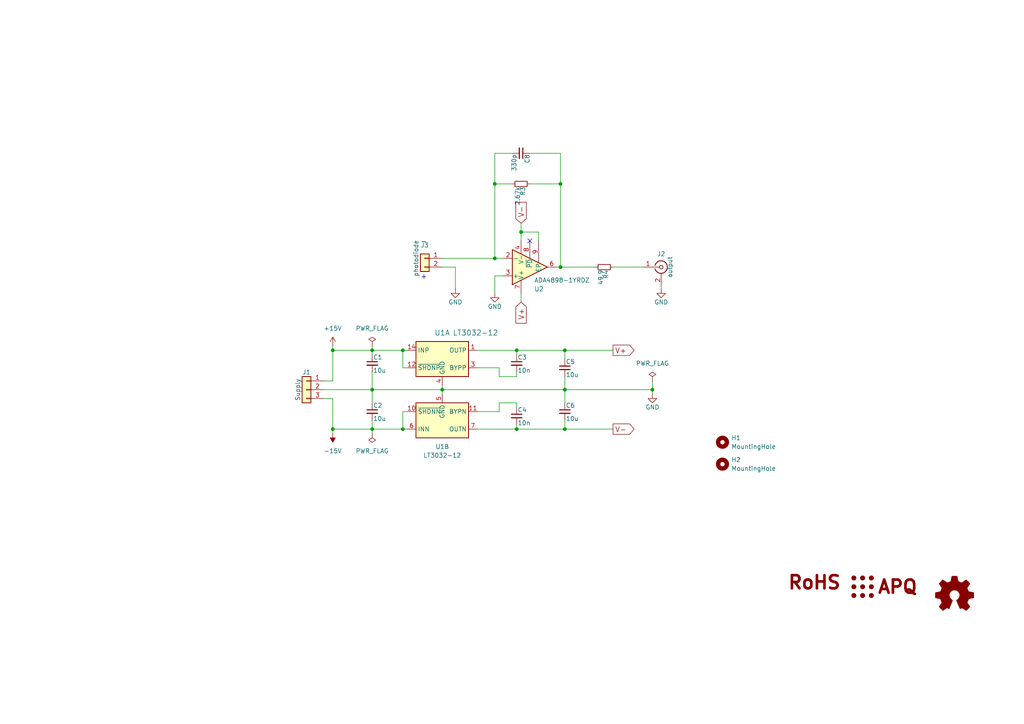
<source format=kicad_sch>
(kicad_sch (version 20231120) (generator "eeschema") (generator_version "8.0")
  (paper "A4")
  (title_block (title "MOT Photodiode") (date "2025-02-27") (rev "1.1.0") (company "Atoms Photons Quanta") (comment 1 "and Tilman Preuschoff") (comment 2 "Copyright (©) 2025, Patrick Baus <patrick.baus@physik.tu-darmstadt.de>") (comment 3 "Licensed under CERN OHL v.1.2"))
  (lib_symbols
    (symbol "Amplifier_Operational:ADA4898-1YRDZ" (pin_names (offset 0.127))
      (property "Reference" "U" (at 3.81 3.81 0))
      (property "Value" "ADA4898-1YRDZ" (at 11.43 -2.54 0))
      (symbol "ADA4898-1YRDZ_1_1"
        (polyline (pts (xy -5.08 5.08) (xy 5.08 0) (xy -5.08 -5.08) (xy -5.08 5.08)) (stroke (width 0.254)) (fill (type background)))
        (pin input line (at -7.62 -2.54 0) (length 2.54) (name "-") (number "2"))
        (pin input line (at -7.62 2.54 0) (length 2.54) (name "+") (number "3"))
        (pin power_in line (at -2.54 -7.62 90) (length 3.81) (name "V-") (number "4"))
        (pin output line (at 7.62 0 180) (length 2.54) (name "~") (number "6"))
        (pin power_in line (at -2.54 7.62 270) (length 3.81) (name "V+") (number "7"))
        (pin input line (at 0 -7.62 90) (length 5.08) (name "~{PD}") (number "8"))
        (pin passive line (at 2.54 -7.62 90) (length 6.35) (name "EP") (number "9"))
      )
    )
    (symbol "Connector:Conn_Coaxial" (pin_names (offset 1.016) hide)
      (property "Reference" "J" (at 0.254 3.048 0))
      (property "Value" "Conn_Coaxial" (at 2.921 0 90))
      (symbol "Conn_Coaxial_0_1"
        (arc (start -1.778 -0.508) (mid 0.2311 -1.8066) (end 1.778 0) (stroke (width 0.254)))
        (polyline (pts (xy -2.54 0) (xy -0.508 0)))
        (polyline (pts (xy 0 -2.54) (xy 0 -1.778)))
        (circle (center 0 0) (radius 0.508) (stroke (width 0.2032)))
        (arc (start 1.778 0) (mid 0.2099 1.8101) (end -1.778 0.508) (stroke (width 0.254)))
      )
      (symbol "Conn_Coaxial_1_1"
        (pin passive line (at -5.08 0 0) (length 2.54) (name "In") (number "1"))
        (pin passive line (at 0 -5.08 90) (length 2.54) (name "Ext") (number "2"))
      )
    )
    (symbol "Connector_Generic:Conn_01x02" (pin_names (offset 1.016) hide)
      (property "Reference" "J" (at 0 2.54 0))
      (property "Value" "Conn_01x02" (at 0 -5.08 0))
      (symbol "Conn_01x02_1_1"
        (rectangle (start -1.27 -2.413) (end 0 -2.667) (stroke (width 0.1524)))
        (rectangle (start -1.27 0.127) (end 0 -0.127) (stroke (width 0.1524)))
        (rectangle (start -1.27 1.27) (end 1.27 -3.81) (stroke (width 0.254)) (fill (type background)))
        (pin passive line (at -5.08 0 0) (length 3.81) (name "Pin_1") (number "1"))
        (pin passive line (at -5.08 -2.54 0) (length 3.81) (name "Pin_2") (number "2"))
      )
    )
    (symbol "Connector_Generic:Conn_01x03" (pin_names (offset 1.016) hide)
      (property "Reference" "J" (at 0 5.08 0))
      (property "Value" "Conn_01x03" (at 0 -5.08 0))
      (symbol "Conn_01x03_1_1"
        (rectangle (start -1.27 -2.413) (end 0 -2.667) (stroke (width 0.1524)))
        (rectangle (start -1.27 0.127) (end 0 -0.127) (stroke (width 0.1524)))
        (rectangle (start -1.27 2.667) (end 0 2.413) (stroke (width 0.1524)))
        (rectangle (start -1.27 3.81) (end 1.27 -3.81) (stroke (width 0.254)) (fill (type background)))
        (pin passive line (at -5.08 2.54 0) (length 3.81) (name "Pin_1") (number "1"))
        (pin passive line (at -5.08 0 0) (length 3.81) (name "Pin_2") (number "2"))
        (pin passive line (at -5.08 -2.54 0) (length 3.81) (name "Pin_3") (number "3"))
      )
    )
    (symbol "Custom_logos:Logo_APQ" (pin_names (offset 1.016)) (in_bom no)
      (symbol "Logo_APQ_0_0"
        (text "APQ" (at 3.81 0 0) (effects (font (size 3.81 3.81) (bold yes))))
      )
      (symbol "Logo_APQ_0_1"
        (circle (center -8.89 0) (radius 0.635) (fill (type outline)))
        (circle (center -8.89 2.54) (radius 0.635) (fill (type outline)))
        (circle (center -6.35 0) (radius 0.635) (fill (type outline)))
        (circle (center -6.35 2.54) (radius 0.635) (fill (type outline)))
        (circle (center -3.81 2.54) (radius 0.635) (fill (type outline)))
      )
      (symbol "Logo_APQ_1_1"
        (circle (center -8.89 -2.54) (radius 0.635) (fill (type outline)))
        (circle (center -6.35 -2.54) (radius 0.635) (fill (type outline)))
        (circle (center -3.81 -2.54) (radius 0.635) (fill (type outline)))
        (circle (center -3.81 0) (radius 0.635) (fill (type outline)))
      )
    )
    (symbol "Custom_logos:SYM_RoHS" (in_bom no) (on_board no)
      (symbol "SYM_RoHS_1_0"
        (text "RoHS" (at 0 0 0) (effects (font (size 3.81 3.81) (bold yes))))
      )
    )
    (symbol "Device:C_Small" (pin_numbers hide) (pin_names (offset 0.254) hide)
      (property "Reference" "C" (at 0.254 1.778 0))
      (property "Value" "C_Small" (at 0.254 -2.032 0))
      (symbol "C_Small_0_1"
        (polyline (pts (xy -1.524 -0.508) (xy 1.524 -0.508)) (stroke (width 0.3302)))
        (polyline (pts (xy -1.524 0.508) (xy 1.524 0.508)) (stroke (width 0.3048)))
      )
      (symbol "C_Small_1_1"
        (pin passive line (at 0 2.54 270) (length 2.032) (name "~") (number "1"))
        (pin passive line (at 0 -2.54 90) (length 2.032) (name "~") (number "2"))
      )
    )
    (symbol "Device:R_Small" (pin_numbers hide) (pin_names (offset 0.254) hide)
      (property "Reference" "R" (at 0.762 0.508 0))
      (property "Value" "R_Small" (at 0.762 -1.016 0))
      (symbol "R_Small_0_1"
        (rectangle (start -0.762 1.778) (end 0.762 -1.778) (stroke (width 0.2032)))
      )
      (symbol "R_Small_1_1"
        (pin passive line (at 0 2.54 270) (length 0.762) (name "~") (number "1"))
        (pin passive line (at 0 -2.54 90) (length 0.762) (name "~") (number "2"))
      )
    )
    (symbol "Graphic:Logo_Open_Hardware_Small" (in_bom no) (on_board no)
      (symbol "Logo_Open_Hardware_Small_0_1"
        (polyline (pts (xy 3.3528 -4.3434) (xy 3.302 -4.318) (xy 3.175 -4.2418) (xy 2.9972 -4.1148) (xy 2.7686 -3.9624) (xy 2.54 -3.81) (xy 2.3622 -3.7084) (xy 2.2352 -3.6068) (xy 2.1844 -3.5814) (xy 2.159 -3.6068) (xy 2.0574 -3.6576) (xy 1.905 -3.7338) (xy 1.8034 -3.7846) (xy 1.6764 -3.8354) (xy 1.6002 -3.8354) (xy 1.6002 -3.8354) (xy 1.5494 -3.7338) (xy 1.4732 -3.5306) (xy 1.3462 -3.302) (xy 1.2446 -3.0226) (xy 1.1176 -2.7178) (xy 0.9652 -2.413) (xy 0.8636 -2.1082) (xy 0.7366 -1.8288) (xy 0.6604 -1.6256) (xy 0.6096 -1.4732) (xy 0.5842 -1.397) (xy 0.5842 -1.397) (xy 0.6604 -1.3208) (xy 0.7874 -1.2446) (xy 1.0414 -1.016) (xy 1.2954 -0.6858) (xy 1.4478 -0.3302) (xy 1.524 0.0762) (xy 1.4732 0.4572) (xy 1.3208 0.8128) (xy 1.0668 1.143) (xy 0.762 1.3716) (xy 0.4064 1.524) (xy 0 1.5748) (xy -0.381 1.5494) (xy -0.7366 1.397) (xy -1.0668 1.143) (xy -1.2192 0.9906) (xy -1.397 0.6604) (xy -1.524 0.3048) (xy -1.524 0.2286) (xy -1.4986 -0.1778) (xy -1.397 -0.5334) (xy -1.1938 -0.8636) (xy -0.9144 -1.143) (xy -0.8636 -1.1684) (xy -0.7366 -1.27) (xy -0.635 -1.3462) (xy -0.5842 -1.397) (xy -1.0668 -2.5908) (xy -1.143 -2.794) (xy -1.2954 -3.1242) (xy -1.397 -3.4036) (xy -1.4986 -3.6322) (xy -1.5748 -3.7846) (xy -1.6002 -3.8354) (xy -1.6002 -3.8354) (xy -1.651 -3.8354) (xy -1.7272 -3.81) (xy -1.905 -3.7338) (xy -2.0066 -3.683) (xy -2.1336 -3.6068) (xy -2.2098 -3.5814) (xy -2.2606 -3.6068) (xy -2.3622 -3.683) (xy -2.54 -3.81) (xy -2.7686 -3.9624) (xy -2.9718 -4.0894) (xy -3.1496 -4.2164) (xy -3.302 -4.318) (xy -3.3528 -4.3434) (xy -3.3782 -4.3434) (xy -3.429 -4.318) (xy -3.5306 -4.2164) (xy -3.7084 -4.064) (xy -3.937 -3.8354) (xy -3.9624 -3.81) (xy -4.1656 -3.6068) (xy -4.318 -3.4544) (xy -4.4196 -3.3274) (xy -4.445 -3.2766) (xy -4.445 -3.2766) (xy -4.4196 -3.2258) (xy -4.318 -3.0734) (xy -4.2164 -2.8956) (xy -4.064 -2.667) (xy -3.6576 -2.0828) (xy -3.8862 -1.5494) (xy -3.937 -1.3716) (xy -4.0386 -1.1684) (xy -4.0894 -1.0414) (xy -4.1148 -0.9652) (xy -4.191 -0.9398) (xy -4.318 -0.9144) (xy -4.5466 -0.8636) (xy -4.8006 -0.8128) (xy -5.0546 -0.7874) (xy -5.2578 -0.7366) (xy -5.4356 -0.7112) (xy -5.5118 -0.6858) (xy -5.5118 -0.6858) (xy -5.5372 -0.635) (xy -5.5372 -0.5588) (xy -5.5372 -0.4318) (xy -5.5626 -0.2286) (xy -5.5626 0.0762) (xy -5.5626 0.127) (xy -5.5372 0.4064) (xy -5.5372 0.635) (xy -5.5372 0.762) (xy -5.5372 0.8382) (xy -5.5372 0.8382) (xy -5.461 0.8382) (xy -5.3086 0.889) (xy -5.08 0.9144) (xy -4.826 0.9652) (xy -4.8006 0.9906) (xy -4.5466 1.0414) (xy -4.318 1.0668) (xy -4.1656 1.1176) (xy -4.0894 1.143) (xy -4.0894 1.143) (xy -4.0386 1.2446) (xy -3.9624 1.4224) (xy -3.8608 1.6256) (xy -3.7846 1.8288) (xy -3.7084 2.0066) (xy -3.6576 2.159) (xy -3.6322 2.2098) (xy -3.6322 2.2098) (xy -3.683 2.286) (xy -3.7592 2.413) (xy -3.8862 2.5908) (xy -4.064 2.8194) (xy -4.064 2.8448) (xy -4.2164 3.0734) (xy -4.3434 3.2512) (xy -4.4196 3.3782) (xy -4.445 3.4544) (xy -4.445 3.4544) (xy -4.3942 3.5052) (xy -4.2926 3.6322) (xy -4.1148 3.81) (xy -3.937 4.0132) (xy -3.8608 4.064) (xy -3.6576 4.2926) (xy -3.5052 4.4196) (xy -3.4036 4.4958) (xy -3.3528 4.5212) (xy -3.3528 4.5212) (xy -3.302 4.4704) (xy -3.1496 4.3688) (xy -2.9718 4.2418) (xy -2.7432 4.0894) (xy -2.7178 4.0894) (xy -2.4892 3.937) (xy -2.3114 3.81) (xy -2.1844 3.7084) (xy -2.1336 3.683) (xy -2.1082 3.683) (xy -2.032 3.7084) (xy -1.8542 3.7592) (xy -1.6764 3.8354) (xy -1.4732 3.937) (xy -1.27 4.0132) (xy -1.143 4.064) (xy -1.0668 4.1148) (xy -1.0668 4.1148) (xy -1.0414 4.191) (xy -1.016 4.3434) (xy -0.9652 4.572) (xy -0.9144 4.8514) (xy -0.889 4.9022) (xy -0.8382 5.1562) (xy -0.8128 5.3848) (xy -0.7874 5.5372) (xy -0.762 5.588) (xy -0.7112 5.6134) (xy -0.5842 5.6134) (xy -0.4064 5.6134) (xy -0.1524 5.6134) (xy 0.0762 5.6134) (xy 0.3302 5.6134) (xy 0.5334 5.6134) (xy 0.6858 5.588) (xy 0.7366 5.588) (xy 0.7366 5.588) (xy 0.762 5.5118) (xy 0.8128 5.334) (xy 0.8382 5.1054) (xy 0.9144 4.826) (xy 0.9144 4.7752) (xy 0.9652 4.5212) (xy 1.016 4.2926) (xy 1.0414 4.1402) (xy 1.0668 4.0894) (xy 1.0668 4.0894) (xy 1.1938 4.0386) (xy 1.3716 3.9624) (xy 1.5748 3.8608) (xy 2.0828 3.6576) (xy 2.7178 4.0894) (xy 2.7686 4.1402) (xy 2.9972 4.2926) (xy 3.175 4.4196) (xy 3.302 4.4958) (xy 3.3782 4.5212) (xy 3.3782 4.5212) (xy 3.429 4.4704) (xy 3.556 4.3434) (xy 3.7338 4.191) (xy 3.9116 3.9878) (xy 4.064 3.8354) (xy 4.2418 3.6576) (xy 4.3434 3.556) (xy 4.4196 3.4798) (xy 4.4196 3.429) (xy 4.4196 3.4036) (xy 4.3942 3.3274) (xy 4.2926 3.2004) (xy 4.1656 2.9972) (xy 4.0132 2.794) (xy 3.8862 2.5908) (xy 3.7592 2.3876) (xy 3.6576 2.2352) (xy 3.6322 2.159) (xy 3.6322 2.1336) (xy 3.683 2.0066) (xy 3.7592 1.8288) (xy 3.8608 1.6002) (xy 4.064 1.1176) (xy 4.3942 1.0414) (xy 4.5974 1.016) (xy 4.8768 0.9652) (xy 5.1308 0.9144) (xy 5.5372 0.8382) (xy 5.5626 -0.6604) (xy 5.4864 -0.6858) (xy 5.4356 -0.6858) (xy 5.2832 -0.7366) (xy 5.0546 -0.762) (xy 4.8006 -0.8128) (xy 4.5974 -0.8636) (xy 4.3688 -0.9144) (xy 4.2164 -0.9398) (xy 4.1402 -0.9398) (xy 4.1148 -0.9652) (xy 4.064 -1.0668) (xy 3.9878 -1.2446) (xy 3.9116 -1.4478) (xy 3.81 -1.651) (xy 3.7338 -1.8542) (xy 3.683 -2.0066) (xy 3.6576 -2.0828) (xy 3.683 -2.1336) (xy 3.7846 -2.2606) (xy 3.8862 -2.4638) (xy 4.0386 -2.667) (xy 4.191 -2.8956) (xy 4.318 -3.0734) (xy 4.3942 -3.2004) (xy 4.445 -3.2766) (xy 4.4196 -3.3274) (xy 4.3434 -3.429) (xy 4.1656 -3.5814) (xy 3.937 -3.8354) (xy 3.8862 -3.8608) (xy 3.683 -4.064) (xy 3.5306 -4.2164) (xy 3.4036 -4.318) (xy 3.3528 -4.3434)) (fill (type outline)))
      )
    )
    (symbol "Mechanical:MountingHole" (pin_names (offset 1.016)) (exclude_from_sim yes) (in_bom no)
      (property "Reference" "H" (at 0 5.08 0))
      (property "Value" "MountingHole" (at 0 3.175 0))
      (symbol "MountingHole_0_1"
        (circle (center 0 0) (radius 1.27) (stroke (width 1.27)))
      )
    )
    (symbol "Regulator_Linear:LT3032-12"
      (property "Reference" "U" (at -6.35 6.35 0))
      (property "Value" "LT3032-12" (at 1.27 6.35 0))
      (symbol "LT3032-12_0_1"
        (rectangle (start -7.62 5.08) (end 7.62 -5.08) (stroke (width 0.254)) (fill (type background)))
      )
      (symbol "LT3032-12_1_1"
        (pin power_out line (at 10.16 2.54 180) (length 2.54) (name "OUTP") (number "1"))
        (pin input line (at -10.16 -2.54 0) (length 2.54) (name "~{SHDNP}") (number "12"))
        (pin no_connect line (at 7.62 -5.08 180) (length 2.54) hide (name "NC") (number "13"))
        (pin power_in line (at -10.16 2.54 0) (length 2.54) (name "INP") (number "14"))
        (pin no_connect line (at 7.62 0 180) (length 2.54) hide (name "NC") (number "2"))
        (pin passive line (at 10.16 -2.54 180) (length 2.54) (name "BYPP") (number "3"))
        (pin power_in line (at 0 -7.62 90) (length 2.54) (name "GND") (number "4"))
      )
      (symbol "LT3032-12_2_1"
        (pin input line (at -10.16 -2.54 0) (length 2.54) (name "~{SHDNN}") (number "10"))
        (pin passive line (at 10.16 -2.54 180) (length 2.54) (name "BYPN") (number "11"))
        (pin power_in line (at 0 -7.62 90) (length 2.54) (name "GND") (number "5"))
        (pin power_in line (at -10.16 2.54 0) (length 2.54) (name "INN") (number "6"))
        (pin power_out line (at 10.16 2.54 180) (length 2.54) (name "OUTN") (number "7"))
        (pin no_connect line (at 7.62 0 180) (length 2.54) hide (name "NC") (number "8"))
        (pin passive line (at -10.16 2.54 0) (length 2.54) hide (name "INN") (number "9"))
      )
    )
    (symbol "power:+15V" (power) (pin_numbers hide) (pin_names (offset 0) hide)
      (property "Value" "+15V" (at 0 3.556 0))
      (symbol "+15V_0_1"
        (polyline (pts (xy -0.762 1.27) (xy 0 2.54)))
        (polyline (pts (xy 0 0) (xy 0 2.54)))
        (polyline (pts (xy 0 2.54) (xy 0.762 1.27)))
      )
      (symbol "+15V_1_1"
        (pin power_in line (at 0 0 90) (length 0) (name "~") (number "1"))
      )
    )
    (symbol "power:-15V" (power) (pin_numbers hide) (pin_names (offset 0) hide)
      (property "Value" "-15V" (at 0 3.556 0))
      (symbol "-15V_0_0"
        (pin power_in line (at 0 0 90) (length 0) (name "~") (number "1"))
      )
      (symbol "-15V_0_1"
        (polyline (pts (xy 0 0) (xy 0 1.27) (xy 0.762 1.27) (xy 0 2.54) (xy -0.762 1.27) (xy 0 1.27)) (fill (type outline)))
      )
    )
    (symbol "power:GND" (power) (pin_numbers hide) (pin_names (offset 0) hide)
      (property "Value" "GND" (at 0 -3.81 0))
      (symbol "GND_0_1"
        (polyline (pts (xy 0 0) (xy 0 -1.27) (xy 1.27 -1.27) (xy 0 -2.54) (xy -1.27 -1.27) (xy 0 -1.27)))
      )
      (symbol "GND_1_1"
        (pin power_in line (at 0 0 270) (length 0) (name "~") (number "1"))
      )
    )
    (symbol "power:PWR_FLAG" (power) (pin_numbers hide) (pin_names (offset 0) hide)
      (property "Value" "PWR_FLAG" (at 0 3.81 0))
      (symbol "PWR_FLAG_0_0"
        (pin power_out line (at 0 0 90) (length 0) (name "~") (number "1"))
      )
      (symbol "PWR_FLAG_0_1"
        (polyline (pts (xy 0 0) (xy 0 1.27) (xy -1.016 1.905) (xy 0 2.54) (xy 1.016 1.905) (xy 0 1.27)))
      )
    )
  )
  (junction (at 162.56 77.47))
  (junction (at 162.56 53.34))
  (junction (at 116.84 124.46))
  (junction (at 128.27 113.03))
  (junction (at 143.51 53.34))
  (junction (at 96.52 124.46))
  (junction (at 149.86 101.6))
  (junction (at 163.83 101.6))
  (junction (at 189.23 113.03))
  (junction (at 107.95 124.46))
  (junction (at 116.84 101.6))
  (junction (at 143.51 74.93))
  (junction (at 107.95 101.6))
  (junction (at 149.86 124.46))
  (junction (at 96.52 101.6))
  (junction (at 163.83 113.03))
  (junction (at 163.83 124.46))
  (junction (at 151.13 67.31))
  (junction (at 107.95 113.03))
  (no_connect (at 153.67 69.85))
  (wire (pts (xy 151.13 67.31) (xy 151.13 69.85)))
  (wire (pts (xy 163.83 109.22) (xy 163.83 113.03)))
  (wire (pts (xy 163.83 101.6) (xy 177.8 101.6)))
  (wire (pts (xy 144.78 116.84) (xy 144.78 119.38)))
  (wire (pts (xy 128.27 74.93) (xy 143.51 74.93)))
  (wire (pts (xy 149.86 109.22) (xy 144.78 109.22)))
  (wire (pts (xy 116.84 106.68) (xy 116.84 101.6)))
  (wire (pts (xy 96.52 115.57) (xy 93.98 115.57)))
  (wire (pts (xy 186.69 77.47) (xy 177.8 77.47)))
  (wire (pts (xy 107.95 116.84) (xy 107.95 113.03)))
  (wire (pts (xy 149.86 123.19) (xy 149.86 124.46)))
  (wire (pts (xy 151.13 64.77) (xy 151.13 67.31)))
  (wire (pts (xy 149.86 116.84) (xy 149.86 118.11)))
  (wire (pts (xy 93.98 113.03) (xy 107.95 113.03)))
  (wire (pts (xy 96.52 124.46) (xy 96.52 125.73)))
  (wire (pts (xy 149.86 124.46) (xy 163.83 124.46)))
  (wire (pts (xy 143.51 44.45) (xy 143.51 53.34)))
  (wire (pts (xy 149.86 101.6) (xy 149.86 102.87)))
  (wire (pts (xy 189.23 113.03) (xy 189.23 114.3)))
  (wire (pts (xy 162.56 53.34) (xy 162.56 77.47)))
  (wire (pts (xy 143.51 44.45) (xy 148.59 44.45)))
  (wire (pts (xy 128.27 113.03) (xy 163.83 113.03)))
  (wire (pts (xy 107.95 121.92) (xy 107.95 124.46)))
  (wire (pts (xy 144.78 116.84) (xy 149.86 116.84)))
  (wire (pts (xy 107.95 102.87) (xy 107.95 101.6)))
  (wire (pts (xy 163.83 113.03) (xy 189.23 113.03)))
  (wire (pts (xy 163.83 124.46) (xy 177.8 124.46)))
  (wire (pts (xy 116.84 124.46) (xy 116.84 119.38)))
  (wire (pts (xy 162.56 44.45) (xy 162.56 53.34)))
  (wire (pts (xy 163.83 113.03) (xy 163.83 116.84)))
  (wire (pts (xy 163.83 121.92) (xy 163.83 124.46)))
  (wire (pts (xy 138.43 119.38) (xy 144.78 119.38)))
  (wire (pts (xy 96.52 124.46) (xy 96.52 115.57)))
  (wire (pts (xy 96.52 110.49) (xy 93.98 110.49)))
  (wire (pts (xy 116.84 119.38) (xy 118.11 119.38)))
  (wire (pts (xy 128.27 113.03) (xy 128.27 114.3)))
  (wire (pts (xy 162.56 77.47) (xy 172.72 77.47)))
  (wire (pts (xy 107.95 124.46) (xy 116.84 124.46)))
  (wire (pts (xy 107.95 113.03) (xy 128.27 113.03)))
  (wire (pts (xy 151.13 85.09) (xy 151.13 87.63)))
  (wire (pts (xy 146.05 80.01) (xy 143.51 80.01)))
  (wire (pts (xy 107.95 124.46) (xy 107.95 125.73)))
  (wire (pts (xy 153.67 44.45) (xy 162.56 44.45)))
  (wire (pts (xy 161.29 77.47) (xy 162.56 77.47)))
  (wire (pts (xy 149.86 101.6) (xy 163.83 101.6)))
  (wire (pts (xy 149.86 109.22) (xy 149.86 107.95)))
  (wire (pts (xy 138.43 124.46) (xy 149.86 124.46)))
  (wire (pts (xy 107.95 107.95) (xy 107.95 113.03)))
  (wire (pts (xy 132.08 77.47) (xy 132.08 83.82)))
  (wire (pts (xy 96.52 124.46) (xy 107.95 124.46)))
  (wire (pts (xy 107.95 100.33) (xy 107.95 101.6)))
  (wire (pts (xy 144.78 109.22) (xy 144.78 106.68)))
  (wire (pts (xy 143.51 53.34) (xy 143.51 74.93)))
  (wire (pts (xy 138.43 101.6) (xy 149.86 101.6)))
  (wire (pts (xy 96.52 101.6) (xy 107.95 101.6)))
  (wire (pts (xy 143.51 74.93) (xy 146.05 74.93)))
  (wire (pts (xy 153.67 53.34) (xy 162.56 53.34)))
  (wire (pts (xy 116.84 101.6) (xy 118.11 101.6)))
  (wire (pts (xy 156.21 67.31) (xy 151.13 67.31)))
  (wire (pts (xy 96.52 101.6) (xy 96.52 110.49)))
  (wire (pts (xy 148.59 53.34) (xy 143.51 53.34)))
  (wire (pts (xy 156.21 69.85) (xy 156.21 67.31)))
  (wire (pts (xy 189.23 110.49) (xy 189.23 113.03)))
  (wire (pts (xy 96.52 100.33) (xy 96.52 101.6)))
  (wire (pts (xy 143.51 80.01) (xy 143.51 85.09)))
  (wire (pts (xy 191.77 82.55) (xy 191.77 83.82)))
  (wire (pts (xy 107.95 101.6) (xy 116.84 101.6)))
  (wire (pts (xy 128.27 111.76) (xy 128.27 113.03)))
  (wire (pts (xy 138.43 106.68) (xy 144.78 106.68)))
  (wire (pts (xy 116.84 124.46) (xy 118.11 124.46)))
  (wire (pts (xy 163.83 101.6) (xy 163.83 104.14)))
  (wire (pts (xy 118.11 106.68) (xy 116.84 106.68)))
  (wire (pts (xy 128.27 77.47) (xy 132.08 77.47)))
  (text "-" (at 121.92 71.12 0) (effects (font (size 1.524 1.524)) (justify left bottom)))
  (text "+" (at 121.92 81.28 0) (effects (font (size 1.524 1.524)) (justify left bottom)))
  (global_label "V-" (shape input) (at 151.13 64.77 90) (effects (font (size 1.524 1.524))) (property "Intersheetrefs" "${INTERSHEET_REFS}" (effects (hide yes))))
  (global_label "V+" (shape output) (at 177.8 101.6 0) (effects (font (size 1.524 1.524))) (property "Intersheetrefs" "${INTERSHEET_REFS}" (effects (hide yes))))
  (global_label "V-" (shape output) (at 177.8 124.46 0) (effects (font (size 1.524 1.524))) (property "Intersheetrefs" "${INTERSHEET_REFS}" (effects (hide yes))))
  (global_label "V+" (shape input) (at 151.13 87.63 270) (effects (font (size 1.524 1.524))) (property "Intersheetrefs" "${INTERSHEET_REFS}" (effects (hide yes))))
  (symbol (lib_id "Device:C_Small") (at 107.95 105.41 0) (unit 1)
    (property "Reference" "C1" (at 108.204 103.632 0) (effects (justify left)))
    (property "Value" "10u" (at 108.204 107.442 0) (effects (justify left)))
    (property "Footprint" "Capacitor_SMD:C_1210_3225Metric" (effects (hide yes)))
  )
  (symbol (lib_id "Device:C_Small") (at 107.95 119.38 0) (unit 1)
    (property "Reference" "C2" (at 108.204 117.602 0) (effects (justify left)))
    (property "Value" "10u" (at 108.204 121.412 0) (effects (justify left)))
    (property "Footprint" "Capacitor_SMD:C_1210_3225Metric" (effects (hide yes)))
  )
  (symbol (lib_id "Device:C_Small") (at 149.86 105.41 0) (unit 1)
    (property "Reference" "C3" (at 150.114 103.632 0) (effects (justify left)))
    (property "Value" "10n" (at 150.114 107.442 0) (effects (justify left)))
    (property "Footprint" "Capacitor_SMD:C_0603_1608Metric" (effects (hide yes)))
  )
  (symbol (lib_id "Device:C_Small") (at 149.86 120.65 0) (unit 1)
    (property "Reference" "C4" (at 150.114 118.872 0) (effects (justify left)))
    (property "Value" "10n" (at 150.114 122.682 0) (effects (justify left)))
    (property "Footprint" "Capacitor_SMD:C_0603_1608Metric" (effects (hide yes)))
  )
  (symbol (lib_id "Connector_Generic:Conn_01x03") (at 88.9 113.03 0) (mirror y) (unit 1)
    (property "Reference" "J1" (at 88.9 107.95 0))
    (property "Value" "Supply" (at 86.36 113.03 90))
    (property "Footprint" "Connector_PinHeader_2.54mm:PinHeader_1x03_P2.54mm_Vertical" (effects (hide yes)))
  )
  (symbol (lib_id "power:GND") (at 189.23 114.3 0) (unit 1)
    (property "Reference" "#PWR02" (effects (hide yes)))
    (property "Value" "GND" (at 189.23 118.11 0))
    (property "Description" "Power symbol creates a global label with name \"GND\" , ground" (effects (hide yes)))
  )
  (symbol (lib_id "power:GND") (at 143.51 85.09 0) (unit 1)
    (property "Reference" "#PWR03" (effects (hide yes)))
    (property "Value" "GND" (at 143.51 88.9 0))
    (property "Description" "Power symbol creates a global label with name \"GND\" , ground" (effects (hide yes)))
  )
  (symbol (lib_id "Connector:Conn_Coaxial") (at 191.77 77.47 0) (unit 1)
    (property "Reference" "J2" (at 191.77 73.66 0))
    (property "Value" "output" (at 194.31 77.47 90))
    (property "Footprint" "Connector_Coaxial:SMA_Amphenol_132134_Vertical" (effects (hide yes)))
  )
  (symbol (lib_id "power:GND") (at 191.77 83.82 0) (unit 1)
    (property "Reference" "#PWR04" (effects (hide yes)))
    (property "Value" "GND" (at 191.77 87.63 0))
    (property "Description" "Power symbol creates a global label with name \"GND\" , ground" (effects (hide yes)))
  )
  (symbol (lib_id "Device:C_Small") (at 151.13 44.45 270) (unit 1)
    (property "Reference" "C8" (at 152.908 44.704 0) (effects (justify left)))
    (property "Value" "330p" (at 149.098 44.704 0) (effects (justify left)))
    (property "Footprint" "Capacitor_SMD:C_0603_1608Metric" (effects (hide yes)))
  )
  (symbol (lib_id "Device:R_Small") (at 151.13 53.34 270) (unit 1)
    (property "Reference" "R3" (at 151.638 54.102 0) (effects (justify left)))
    (property "Value" "2.67k" (at 150.114 54.102 0) (effects (justify left)))
    (property "Footprint" "Resistor_SMD:R_0603_1608Metric" (effects (hide yes)))
  )
  (symbol (lib_id "Regulator_Linear:LT3032-12") (at 128.27 104.14 0) (unit 1)
    (property "Reference" "U1" (at 128.27 96.52 0) (effects (font (size 1.524 1.524))))
    (property "Value" "LT3032-12" (at 137.922 96.52 0) (effects (font (size 1.524 1.524))))
    (property "Footprint" "Package_DFN_QFN:Linear_DE14MA" (effects (hide yes)))
    (property "Datasheet" "https://www.analog.com/media/en/technical-documentation/data-sheets/3032ff.pdf" (effects (hide yes)))
    (property "Description" "150mA, Dual Low Dropout Linear Regulator, Positive/Negative Low Noise, 12V Output, DFN-14" (effects (hide yes)))
  )
  (symbol (lib_id "Device:R_Small") (at 175.26 77.47 270) (unit 1)
    (property "Reference" "R4" (at 175.768 78.232 0) (effects (justify left)))
    (property "Value" "49.9" (at 174.244 78.232 0) (effects (justify left)))
    (property "Footprint" "Resistor_SMD:R_1210_3225Metric" (effects (hide yes)))
  )
  (symbol (lib_id "Connector_Generic:Conn_01x02") (at 123.19 74.93 0) (mirror y) (unit 1)
    (property "Reference" "J3" (at 123.19 71.12 0))
    (property "Value" "photodiode" (at 120.65 74.93 90))
    (property "Footprint" "Connector_PinHeader_2.54mm:PinHeader_1x02_P2.54mm_Vertical" (effects (hide yes)))
  )
  (symbol (lib_id "power:GND") (at 132.08 83.82 0) (unit 1)
    (property "Reference" "#PWR06" (effects (hide yes)))
    (property "Value" "GND" (at 132.08 87.63 0))
    (property "Description" "Power symbol creates a global label with name \"GND\" , ground" (effects (hide yes)))
  )
  (symbol (lib_id "Device:C_Small") (at 163.83 106.68 0) (unit 1)
    (property "Reference" "C5" (at 164.084 104.902 0) (effects (justify left)))
    (property "Value" "10u" (at 164.084 108.712 0) (effects (justify left)))
    (property "Footprint" "Capacitor_SMD:C_1210_3225Metric" (effects (hide yes)))
  )
  (symbol (lib_id "Device:C_Small") (at 163.83 119.38 0) (unit 1)
    (property "Reference" "C6" (at 164.084 117.602 0) (effects (justify left)))
    (property "Value" "10u" (at 164.084 121.412 0) (effects (justify left)))
    (property "Footprint" "Capacitor_SMD:C_1210_3225Metric" (effects (hide yes)))
  )
  (symbol (lib_id "Amplifier_Operational:ADA4898-1YRDZ") (at 153.67 77.47 0) (mirror x) (unit 1)
    (property "Reference" "U2" (at 154.94 83.82 0) (effects (justify left)))
    (property "Value" "ADA4898-1YRDZ" (at 154.94 81.28 0) (effects (justify left)))
    (property "Footprint" "Package_SO:SOIC-8-1EP_3.9x4.9mm_P1.27mm_EP2.29x3mm" (effects (hide yes)))
    (property "Datasheet" "https://www.analog.com/media/en/technical-documentation/data-sheets/ada4898-1_4898-2.pdf" (effects (hide yes)))
    (property "Description" "High Voltage, Low Noise, Low Distortion, Unity-Gain Stable, High Speed Op Amp, SOIC-8" (effects (hide yes)))
  )
  (symbol (lib_id "power:PWR_FLAG") (at 189.23 110.49 0) (unit 1)
    (property "Reference" "#FLG03" (effects (hide yes)))
    (property "Value" "PWR_FLAG" (at 189.23 105.41 0))
    (property "Description" "Special symbol for telling ERC where power comes from" (effects (hide yes)))
  )
  (symbol (lib_id "Mechanical:MountingHole") (at 209.55 128.27 0) (unit 1) (exclude_from_sim yes) (in_bom no)
    (property "Reference" "H1" (at 212.09 126.9999 0) (effects (justify left)))
    (property "Value" "MountingHole" (at 212.09 129.5399 0) (effects (justify left)))
    (property "Footprint" "MountingHole:MountingHole_3.2mm_M3" (effects (hide yes)))
    (property "Description" "Mounting Hole without connection" (effects (hide yes)))
  )
  (symbol (lib_id "Graphic:Logo_Open_Hardware_Small") (at 276.86 172.72 0) (unit 1) (exclude_from_sim yes) (in_bom no)
    (property "Reference" "SYM1" (effects (hide yes)))
    (property "Value" "Logo_Open_Hardware_Small" (effects (hide yes)))
    (property "Footprint" "Symbol:OSHW-Logo_7.5x8mm_SilkScreen" (effects (hide yes)))
    (property "Description" "Open Hardware logo, small" (effects (hide yes)))
  )
  (symbol (lib_id "Mechanical:MountingHole") (at 209.55 134.62 0) (unit 1) (exclude_from_sim yes) (in_bom no)
    (property "Reference" "H2" (at 212.09 133.3499 0) (effects (justify left)))
    (property "Value" "MountingHole" (at 212.09 135.8899 0) (effects (justify left)))
    (property "Footprint" "MountingHole:MountingHole_3.2mm_M3" (effects (hide yes)))
    (property "Description" "Mounting Hole without connection" (effects (hide yes)))
  )
  (symbol (lib_id "power:-15V") (at 96.52 125.73 180) (unit 1)
    (property "Reference" "#PWR05" (effects (hide yes)))
    (property "Value" "-15V" (at 96.52 130.81 0))
    (property "Description" "Power symbol creates a global label with name \"-15V\"" (effects (hide yes)))
  )
  (symbol (lib_id "power:PWR_FLAG") (at 107.95 125.73 180) (unit 1)
    (property "Reference" "#FLG02" (effects (hide yes)))
    (property "Value" "PWR_FLAG" (at 107.95 130.81 0))
    (property "Description" "Special symbol for telling ERC where power comes from" (effects (hide yes)))
  )
  (symbol (lib_id "Custom_logos:Logo_APQ") (at 256.54 170.18 0) (unit 1) (exclude_from_sim yes) (in_bom no)
    (property "Reference" "SYM2" (effects (hide yes)))
    (property "Value" "Logo_APQ" (effects (hide yes)))
    (property "Footprint" "custom_footprints_project:APQ-Logo_small" (effects (hide yes)))
    (property "Description" "Atoms - Photons - Quanta" (effects (hide yes)))
  )
  (symbol (lib_id "Regulator_Linear:LT3032-12") (at 128.27 121.92 0) (mirror x) (unit 2)
    (property "Reference" "U1" (at 128.27 129.54 0))
    (property "Value" "LT3032-12" (at 128.27 132.08 0))
    (property "Footprint" "Package_DFN_QFN:Linear_DE14MA" (effects (hide yes)))
    (property "Datasheet" "https://www.analog.com/media/en/technical-documentation/data-sheets/3032ff.pdf" (effects (hide yes)))
    (property "Description" "150mA, Dual Low Dropout Linear Regulator, Positive/Negative Low Noise, 12V Output, DFN-14" (effects (hide yes)))
  )
  (symbol (lib_id "power:+15V") (at 96.52 100.33 0) (unit 1)
    (property "Reference" "#PWR01" (effects (hide yes)))
    (property "Value" "+15V" (at 96.52 95.25 0))
    (property "Description" "Power symbol creates a global label with name \"+15V\"" (effects (hide yes)))
  )
  (symbol (lib_id "Custom_logos:SYM_RoHS") (at 236.22 168.91 0) (unit 1) (exclude_from_sim yes) (in_bom no) (on_board no)
    (property "Reference" "#SYM3" (effects (hide yes)))
    (property "Value" "SYM_RoHS" (effects (hide yes)))
    (property "Description" "RoHS (Restriction of Hazardous Substances Directive) logo" (effects (hide yes)))
  )
  (symbol (lib_id "power:PWR_FLAG") (at 107.95 100.33 0) (unit 1)
    (property "Reference" "#FLG01" (effects (hide yes)))
    (property "Value" "PWR_FLAG" (at 107.95 95.25 0))
    (property "Description" "Special symbol for telling ERC where power comes from" (effects (hide yes)))
  )
)
</source>
